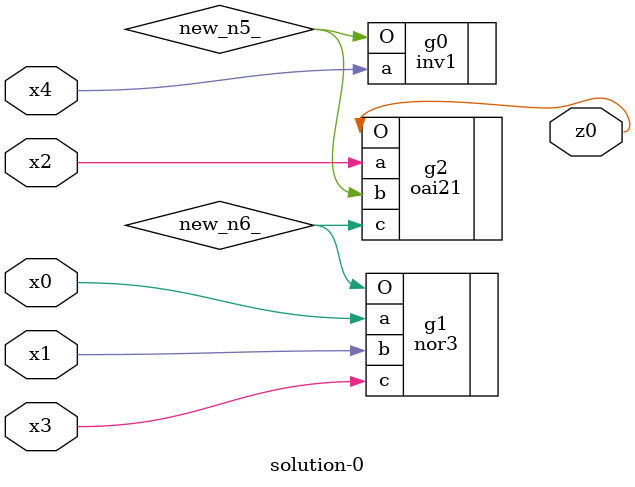
<source format=v>
module \solution-0 (
  x0, x1, x2, x3, x4,
  z0 );
  input x0, x1, x2, x3, x4;
  output z0;
  wire new_n5_, new_n6_;
  inv1  g0(.a(x4), .O(new_n5_));
  nor3  g1(.a(x0), .b(x1), .c(x3), .O(new_n6_));
  oai21  g2(.a(x2), .b(new_n5_), .c(new_n6_), .O(z0));
endmodule

</source>
